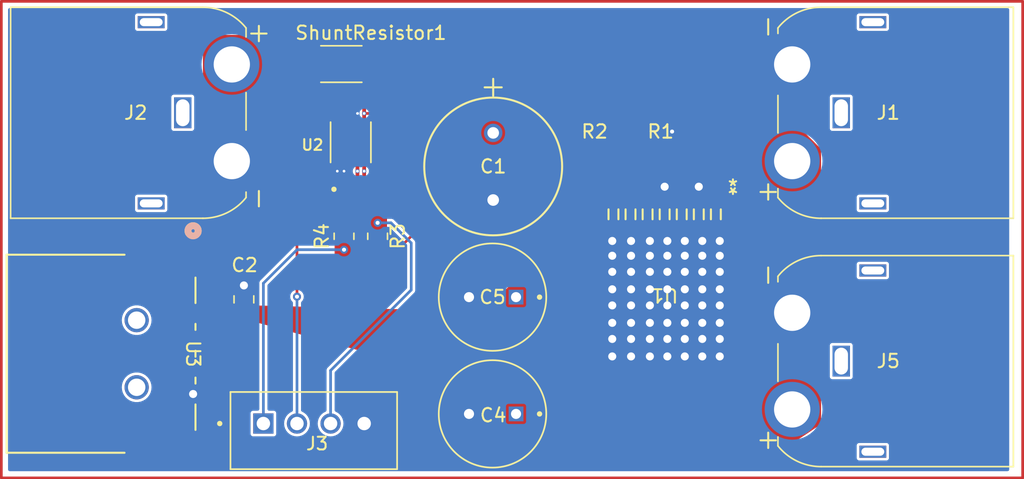
<source format=kicad_pcb>
(kicad_pcb (version 20240108) (generator "pcbnew") (generator_version "8.0")
  (layers (0 "F.Cu" signal) (31 "B.Cu" signal) (34 "B.Paste" user) (35 "F.Paste" user) (36 "B.SilkS" user "B.Silkscreen") (37 "F.SilkS" user "F.Silkscreen") (38 "B.Mask" user) (39 "F.Mask" user) (44 "Edge.Cuts" user))
  (net 0 "")
  (net 1 "GND")
  (net 2 "/Buck Converter/Vin (12V)")
  (net 3 "Net-(U1-FB)")
  (net 6 "+5V")
  (net 8 "Net-(U2-VS)")
  (net 9 "/SCL")
  (net 10 "/SDA")
  (net 11 "+12V")
  (footprint "B4B-XH-A_LF__SN_:JST_B4B-XH-A_LF__SN_" (layer "F.Cu") (at 187.75 90.975 180)
    (property "Reference" "J3" (at -0.25 -0.975 0) (layer "F.SilkS") (effects (font (size 0.944882 0.944882))))
    (property "Value" "B4B-XH-A_LF__SN_")
    (fp_line (start 6.2 2.875) (end -6.2 2.875) (stroke (width 0.127)) (layer "F.SilkS"))
    (fp_line (start 6.2 -2.875) (end 6.2 2.875) (stroke (width 0.127)) (layer "F.SilkS"))
    (fp_line (start -6.2 2.875) (end -6.2 -2.875) (stroke (width 0.127)) (layer "F.SilkS"))
    (fp_line (start -6.2 -2.875) (end 6.2 -2.875) (stroke (width 0.127)) (layer "F.SilkS"))
    (fp_circle (center 7 0.525) (end 7.1 0.525) (stroke (width 0.2)) (fill none) (layer "F.SilkS"))
    (pad "1" thru_hole rect (at 3.75 0.525 180) (size 1.508 1.508) (drill 1) (layers "*.Cu" "*.Mask") (net 8 "Net-(U2-VS)"))
    (pad "2" thru_hole circle (at 1.25 0.525 180) (size 1.508 1.508) (drill 1) (layers "*.Cu" "*.Mask") (net 10 "/SDA"))
    (pad "3" thru_hole circle (at -1.25 0.525 180) (size 1.508 1.508) (drill 1) (layers "*.Cu" "*.Mask") (net 9 "/SCL"))
    (pad "4" thru_hole circle (at -3.75 0.525 180) (size 1.508 1.508) (drill 1) (layers "*.Cu" "*.Mask") (net 1 "GND"))
  )
  (footprint "Resistor_SMD:R_0805_2012Metric_Pad1.20x1.40mm_HandSolder" (layer "F.Cu") (at 192.5 76.5 90)
    (property "Reference" "R3" (at 0 1.5 90) (layer "F.SilkS"))
    (property "Value" "10k")
    (fp_line (start -0.227064 -0.735) (end 0.227064 -0.735) (stroke (width 0.12)) (layer "F.SilkS"))
    (fp_line (start -0.227064 0.735) (end 0.227064 0.735) (stroke (width 0.12)) (layer "F.SilkS"))
    (pad "1" smd roundrect (at -1 0 90) (size 1.2 1.4) (layers "F.Cu" "F.Paste" "F.Mask") (roundrect_rratio 0.208333) (net 8 "Net-(U2-VS)"))
    (pad "2" smd roundrect (at 1 0 90) (size 1.2 1.4) (layers "F.Cu" "F.Paste" "F.Mask") (roundrect_rratio 0.208333) (net 9 "/SCL"))
  )
  (footprint "Resistor_SMD:R_2010_5025Metric_Pad1.40x2.65mm_HandSolder" (layer "F.Cu") (at 189.8 63.67 180)
    (property "Reference" "ShuntResistor1" (at -2.2 2.32 0) (layer "F.SilkS"))
    (property "Value" "0.005 R")
    (fp_line (start -1.527064 1.36) (end 1.527064 1.36) (stroke (width 0.12)) (layer "F.SilkS"))
    (fp_line (start -1.527064 -1.36) (end 1.527064 -1.36) (stroke (width 0.12)) (layer "F.SilkS"))
    (pad "1" smd roundrect (at -2.4 0 180) (size 1.4 2.65) (layers "F.Cu" "F.Paste" "F.Mask") (roundrect_rratio 0.178571) (net 2 "/Buck Converter/Vin (12V)"))
    (pad "2" smd roundrect (at 2.4 0 180) (size 1.4 2.65) (layers "F.Cu" "F.Paste" "F.Mask") (roundrect_rratio 0.178571) (net 11 "+12V"))
  )
  (footprint "Connector_AMASS:AMASS_XT60IPW-M_1x03_P7.20mm_Horizontal" (layer "F.Cu") (at 223.35 63.7 -90)
    (property "Reference" "J1" (at 3.6 -7.15 180) (layer "F.SilkS"))
    (property "Value" "XT60PW-M")
    (fp_line (start -2.71 1.06) (end -2.31 1.06) (stroke (width 0.12)) (layer "F.SilkS"))
    (fp_line (start 2.31 1.06) (end 5.1 1.06) (stroke (width 0.12)) (layer "F.SilkS"))
    (fp_line (start 9.25 1.06) (end 9.92 1.06) (stroke (width 0.12)) (layer "F.SilkS"))
    (fp_line (start -4.26 -16.46) (end -4.26 -2.15) (stroke (width 0.12)) (layer "F.SilkS"))
    (fp_line (start -4.26 -16.46) (end 11.46 -16.46) (stroke (width 0.12)) (layer "F.SilkS"))
    (fp_line (start 11.46 -16.46) (end 11.46 -2.15) (stroke (width 0.12)) (layer "F.SilkS"))
    (fp_arc (start -2.718715 1.058395) (mid -3.854694 -0.370298) (end -4.26 -2.15) (stroke (width 0.12)) (layer "F.SilkS"))
    (fp_arc (start 11.46 -2.15) (mid 11.05498 -0.370894) (end 9.919747 1.057569) (stroke (width 0.12)) (layer "F.SilkS"))
    (fp_text user "+" (at 9.5 1.9 90) (layer "F.SilkS") (effects (font (size 1.5 1.5))))
    (fp_text user "-" (at -2.8 1.9 90) (layer "F.SilkS") (effects (font (size 1.5 1.5))))
    (pad "" thru_hole rect (at -3.15 -6 270) (size 0.9 2) (drill oval 0.6 1.7) (layers "*.Cu" "*.Mask"))
    (pad "" thru_hole rect (at 10.35 -6 270) (size 0.9 2) (drill oval 0.6 1.7) (layers "*.Cu" "*.Mask"))
    (pad "1" thru_hole roundrect (at 0 0 270) (size 4.1 4.1) (drill 2.7) (layers "*.Cu" "*.Mask") (net 1 "GND"))
    (pad "2" thru_hole circle (at 7.2 0 270) (size 4.1 4.1) (drill 2.7) (layers "*.Cu" "*.Mask") (net 2 "/Buck Converter/Vin (12V)"))
    (pad "3" thru_hole rect (at 3.6 -3.65 270) (size 2.3 1.3) (drill oval 2 1) (layers "*.Cu" "*.Mask"))
  )
  (footprint "Libraries:25SEK120M" (layer "F.Cu") (at 201.05 81.03325 180)
    (property "Reference" "C5" (at 0 0 180) (layer "F.SilkS"))
    (property "Value" "25SEK120M")
    (fp_circle (center 0 0) (end 4 0) (stroke (width 0.127)) (fill none) (layer "F.SilkS"))
    (fp_circle (center -3.5 0) (end -3.4 0) (stroke (width 0.2)) (fill none) (layer "F.SilkS"))
    (pad "1" thru_hole rect (at -1.75 0 180) (size 1.1 1.1) (drill 0.75) (layers "*.Cu" "*.Mask") (net 6 "+5V"))
    (pad "2" thru_hole circle (at 1.75 0 180) (size 1.1 1.1) (drill 0.75) (layers "*.Cu" "*.Mask") (net 1 "GND"))
  )
  (footprint "Libraries:INA226AIDGSR" (layer "F.Cu") (at 190.5 69.5 90)
    (property "Reference" "U2" (at -0.2 -2.85 180) (layer "F.SilkS") (effects (font (size 0.8 0.8))))
    (property "Value" "INA226AIDGSR")
    (fp_line (start -1.5 -1.5) (end 1.5 -1.5) (stroke (width 0.127)) (layer "F.SilkS"))
    (fp_line (start -1.5 1.5) (end 1.5 1.5) (stroke (width 0.127)) (layer "F.SilkS"))
    (fp_circle (center -3.5 -1.25) (end -3.4 -1.25) (stroke (width 0.2)) (fill none) (layer "F.SilkS"))
    (pad "1" smd roundrect (at -2.15 -1 90) (size 1.47 0.28) (layers "F.Cu" "F.Paste" "F.Mask") (roundrect_rratio 0.125) (net 1 "GND"))
    (pad "2" smd roundrect (at -2.15 -0.5 90) (size 1.47 0.28) (layers "F.Cu" "F.Paste" "F.Mask") (roundrect_rratio 0.125) (net 1 "GND"))
    (pad "3" smd roundrect (at -2.15 0 90) (size 1.47 0.28) (layers "F.Cu" "F.Paste" "F.Mask") (roundrect_rratio 0.125))
    (pad "4" smd roundrect (at -2.15 0.5 90) (size 1.47 0.28) (layers "F.Cu" "F.Paste" "F.Mask") (roundrect_rratio 0.125) (net 10 "/SDA"))
    (pad "5" smd roundrect (at -2.15 1 90) (size 1.47 0.28) (layers "F.Cu" "F.Paste" "F.Mask") (roundrect_rratio 0.125) (net 9 "/SCL"))
    (pad "6" smd roundrect (at 2.15 1 90) (size 1.47 0.28) (layers "F.Cu" "F.Paste" "F.Mask") (roundrect_rratio 0.125) (net 8 "Net-(U2-VS)"))
    (pad "7" smd roundrect (at 2.15 0.5 90) (size 1.47 0.28) (layers "F.Cu" "F.Paste" "F.Mask") (roundrect_rratio 0.125) (net 1 "GND"))
    (pad "8" smd roundrect (at 2.15 0 90) (size 1.47 0.28) (layers "F.Cu" "F.Paste" "F.Mask") (roundrect_rratio 0.125) (net 2 "/Buck Converter/Vin (12V)"))
    (pad "9" smd roundrect (at 2.15 -0.5 90) (size 1.47 0.28) (layers "F.Cu" "F.Paste" "F.Mask") (roundrect_rratio 0.125) (net 2 "/Buck Converter/Vin (12V)"))
    (pad "10" smd roundrect (at 2.15 -1 90) (size 1.47 0.28) (layers "F.Cu" "F.Paste" "F.Mask") (roundrect_rratio 0.125) (net 11 "+12V"))
  )
  (footprint "Libraries:PLF1E470MDO2TD" (layer "F.Cu") (at 201.1 68.8 -90)
    (property "Reference" "C1" (at 2.5 0 0) (layer "F.SilkS"))
    (property "Value" "PLF1E470MDO2TD")
    (fp_line (start -4.0278 0) (end -2.7578 0) (stroke (width 0.1524)) (layer "F.SilkS"))
    (fp_line (start -3.3928 -0.635) (end -3.3928 0.635) (stroke (width 0.1524)) (layer "F.SilkS"))
    (fp_circle (center 2.5 0) (end 7.6308 0) (stroke (width 0.1524)) (fill none) (layer "F.SilkS"))
    (pad "1" thru_hole circle (at 0 0 270) (size 1.3716 1.3716) (drill 0.8636) (layers "*.Cu" "*.Mask") (net 2 "/Buck Converter/Vin (12V)"))
    (pad "2" thru_hole circle (at 5 0 270) (size 1.3716 1.3716) (drill 0.8636) (layers "*.Cu" "*.Mask") (net 1 "GND"))
  )
  (footprint "_Footprints:RC0805N_PAN" (layer "F.Cu") (at 208.647201 68.7)
    (property "Reference" "R2" (at 0 0 0) (layer "F.SilkS"))
    (property "Value" "ERJ-6ENF5761V")
    (pad "1" smd rect (at -0.852799 0) (size 1.005599 1.199998) (layers "F.Cu" "F.Paste" "F.Mask") (net 6 "+5V"))
    (pad "2" smd rect (at 0.852799 0) (size 1.005599 1.199998) (layers "F.Cu" "F.Paste" "F.Mask") (net 3 "Net-(U1-FB)"))
    (zone (net 0) (net_name "") (layer "F.Cu") (connect_pads (clearance 0)) (min_thickness 0.254)
      (keepout (tracks not_allowed) (vias not_allowed) (pads allowed) (copperpour not_allowed) (footprints allowed))
      (fill (thermal_gap 0.508) (thermal_bridge_width 0.508))
      (polygon (pts (xy 208.348002 68.150801) (xy 208.9464 68.150801) (xy 208.9464 69.249199) (xy 208.348002 69.249199)))
    )
  )
  (footprint "Capacitor_SMD:C_0805_2012Metric_Pad1.18x1.45mm_HandSolder" (layer "F.Cu") (at 182.55 81.2 90)
    (property "Reference" "C2" (at 2.55 0.05 180) (layer "F.SilkS"))
    (property "Value" "300uF")
    (fp_line (start -0.261252 -0.735) (end 0.261252 -0.735) (stroke (width 0.12)) (layer "F.SilkS"))
    (fp_line (start -0.261252 0.735) (end 0.261252 0.735) (stroke (width 0.12)) (layer "F.SilkS"))
    (pad "1" smd roundrect (at -1.0375 0 90) (size 1.175 1.45) (layers "F.Cu" "F.Paste" "F.Mask") (roundrect_rratio 0.212766) (net 6 "+5V"))
    (pad "2" smd roundrect (at 1.0375 0 90) (size 1.175 1.45) (layers "F.Cu" "F.Paste" "F.Mask") (roundrect_rratio 0.212766) (net 1 "GND"))
  )
  (footprint "Connector_AMASS:AMASS_XT60IPW-M_1x03_P7.20mm_Horizontal" (layer "F.Cu") (at 223.35 82.2 -90)
    (property "Reference" "J5" (at 3.6 -7.15 180) (layer "F.SilkS"))
    (property "Value" "XT60PW-M")
    (fp_line (start -2.71 1.06) (end -2.31 1.06) (stroke (width 0.12)) (layer "F.SilkS"))
    (fp_line (start 2.31 1.06) (end 5.1 1.06) (stroke (width 0.12)) (layer "F.SilkS"))
    (fp_line (start 9.25 1.06) (end 9.92 1.06) (stroke (width 0.12)) (layer "F.SilkS"))
    (fp_line (start -4.26 -16.46) (end -4.26 -2.15) (stroke (width 0.12)) (layer "F.SilkS"))
    (fp_line (start -4.26 -16.46) (end 11.46 -16.46) (stroke (width 0.12)) (layer "F.SilkS"))
    (fp_line (start 11.46 -16.46) (end 11.46 -2.15) (stroke (width 0.12)) (layer "F.SilkS"))
    (fp_arc (start -2.718715 1.058395) (mid -3.854694 -0.370298) (end -4.26 -2.15) (stroke (width 0.12)) (layer "F.SilkS"))
    (fp_arc (start 11.46 -2.15) (mid 11.05498 -0.370894) (end 9.919747 1.057569) (stroke (width 0.12)) (layer "F.SilkS"))
    (fp_text user "+" (at 9.5 1.9 90) (layer "F.SilkS") (effects (font (size 1.5 1.5))))
    (fp_text user "-" (at -2.8 1.9 90) (layer "F.SilkS") (effects (font (size 1.5 1.5))))
    (pad "" thru_hole rect (at -3.15 -6 270) (size 0.9 2) (drill oval 0.6 1.7) (layers "*.Cu" "*.Mask"))
    (pad "" thru_hole rect (at 10.35 -6 270) (size 0.9 2) (drill oval 0.6 1.7) (layers "*.Cu" "*.Mask"))
    (pad "1" thru_hole roundrect (at 0 0 270) (size 4.1 4.1) (drill 2.7) (layers "*.Cu" "*.Mask") (net 1 "GND"))
    (pad "2" thru_hole circle (at 7.2 0 270) (size 4.1 4.1) (drill 2.7) (layers "*.Cu" "*.Mask") (net 6 "+5V"))
    (pad "3" thru_hole rect (at 3.6 -3.65 270) (size 2.3 1.3) (drill oval 2 1) (layers "*.Cu" "*.Mask"))
  )
  (footprint "_Footprints:USB-A-S-RA-TSMT_ADM" (layer "F.Cu") (at 178.770101 82.250003 -90)
    (property "Reference" "U3" (at 2.999999 0 -90) (layer "F.SilkS"))
    (property "Value" "USB-A-S-RA-TSMT")
    (fp_circle (center -6.155 0) (end -5.774 0) (stroke (width 0.508)) (fill none) (layer "B.SilkS"))
    (fp_line (start -4.376999 13.877001) (end 10.376998 13.877001) (stroke (width 0.1524)) (layer "F.SilkS"))
    (fp_line (start 10.376998 13.877001) (end 10.376998 5.104232) (stroke (width 0.1524)) (layer "F.SilkS"))
    (fp_line (start -4.376999 5.104232) (end -4.376999 13.877001) (stroke (width 0.1524)) (layer "F.SilkS"))
    (fp_line (start -0.77724 -0.177) (end -2.672659 -0.177) (stroke (width 0.1524)) (layer "F.SilkS"))
    (fp_line (start 1.222759 -0.177) (end 0.77724 -0.177) (stroke (width 0.1524)) (layer "F.SilkS"))
    (fp_line (start 3.22276 -0.177) (end 2.777239 -0.177) (stroke (width 0.1524)) (layer "F.SilkS"))
    (fp_line (start 5.222758 -0.177) (end 4.77724 -0.177) (stroke (width 0.1524)) (layer "F.SilkS"))
    (fp_line (start 8.672657 -0.177) (end 6.777238 -0.177) (stroke (width 0.1524)) (layer "F.SilkS"))
    (fp_arc (start -6.005139 0.350289) (mid -6.536 0) (end -6.005139 -0.350289) (stroke (width 0.508)) (layer "F.SilkS"))
    (pad "1" smd rect (at 0 0 270) (size 0.889 2.4892) (layers "F.Cu" "F.Paste" "F.Mask") (net 6 "+5V"))
    (pad "2" smd rect (at 1.999999 0 270) (size 0.889 2.4892) (layers "F.Cu" "F.Paste" "F.Mask"))
    (pad "3" smd rect (at 4 0 270) (size 0.889 2.4892) (layers "F.Cu" "F.Paste" "F.Mask"))
    (pad "4" smd rect (at 5.999998 0 270) (size 0.889 2.4892) (layers "F.Cu" "F.Paste" "F.Mask") (net 1 "GND"))
    (pad "5" thru_hole circle (at 0.499999 4.199999 270) (size 1.8034 1.8034) (drill 1.2954) (layers "*.Cu" "*.Mask"))
    (pad "6" thru_hole circle (at 5.499999 4.199999 270) (size 1.8034 1.8034) (drill 1.2954) (layers "*.Cu" "*.Mask"))
    (pad "7" smd rect (at -4.249999 2.193392 270) (size 2.4892 5.1562) (layers "F.Cu" "F.Paste" "F.Mask"))
    (pad "8" smd rect (at 10.249997 2.193392 270) (size 2.4892 5.1562) (layers "F.Cu" "F.Paste" "F.Mask"))
  )
  (footprint "Resistor_SMD:R_0805_2012Metric_Pad1.20x1.40mm_HandSolder" (layer "F.Cu") (at 190 76.5 90)
    (property "Reference" "R4" (at 0 -1.65 90) (layer "F.SilkS"))
    (property "Value" "10k")
    (fp_line (start -0.227064 -0.735) (end 0.227064 -0.735) (stroke (width 0.12)) (layer "F.SilkS"))
    (fp_line (start -0.227064 0.735) (end 0.227064 0.735) (stroke (width 0.12)) (layer "F.SilkS"))
    (pad "1" smd roundrect (at -1 0 90) (size 1.2 1.4) (layers "F.Cu" "F.Paste" "F.Mask") (roundrect_rratio 0.208333) (net 8 "Net-(U2-VS)"))
    (pad "2" smd roundrect (at 1 0 90) (size 1.2 1.4) (layers "F.Cu" "F.Paste" "F.Mask") (roundrect_rratio 0.208333) (net 10 "/SDA"))
  )
  (footprint "Libraries:25SEK120M" (layer "F.Cu") (at 201.05 89.73325 180)
    (property "Reference" "C4" (at -0.05 -0.1 180) (layer "F.SilkS"))
    (property "Value" "25SEK120M")
    (fp_circle (center 0 0) (end 4 0) (stroke (width 0.127)) (fill none) (layer "F.SilkS"))
    (fp_circle (center -3.5 0) (end -3.4 0) (stroke (width 0.2)) (fill none) (layer "F.SilkS"))
    (pad "1" thru_hole rect (at -1.75 0 180) (size 1.1 1.1) (drill 0.75) (layers "*.Cu" "*.Mask") (net 6 "+5V"))
    (pad "2" thru_hole circle (at 1.75 0 180) (size 1.1 1.1) (drill 0.75) (layers "*.Cu" "*.Mask") (net 1 "GND"))
  )
  (footprint "Connector_AMASS:AMASS_XT60IPW-M_1x03_P7.20mm_Horizontal" (layer "F.Cu") (at 181.65 70.9 90)
    (property "Reference" "J2" (at 3.6 -7.15 180) (layer "F.SilkS"))
    (property "Value" "XT60PW-M")
    (fp_line (start 11.46 -16.46) (end 11.46 -2.15) (stroke (width 0.12)) (layer "F.SilkS"))
    (fp_line (start -4.26 -16.46) (end 11.46 -16.46) (stroke (width 0.12)) (layer "F.SilkS"))
    (fp_line (start -4.26 -16.46) (end -4.26 -2.15) (stroke (width 0.12)) (layer "F.SilkS"))
    (fp_line (start 9.25 1.06) (end 9.92 1.06) (stroke (width 0.12)) (layer "F.SilkS"))
    (fp_line (start 2.31 1.06) (end 5.1 1.06) (stroke (width 0.12)) (layer "F.SilkS"))
    (fp_line (start -2.71 1.06) (end -2.31 1.06) (stroke (width 0.12)) (layer "F.SilkS"))
    (fp_arc (start 11.46 -2.15) (mid 11.05498 -0.370894) (end 9.919747 1.057569) (stroke (width 0.12)) (layer "F.SilkS"))
    (fp_arc (start -2.718715 1.058395) (mid -3.854694 -0.370298) (end -4.26 -2.15) (stroke (width 0.12)) (layer "F.SilkS"))
    (fp_text user "-" (at -2.8 1.9 90) (layer "F.SilkS") (effects (font (size 1.5 1.5))))
    (fp_text user "+" (at 9.5 1.9 90) (layer "F.SilkS") (effects (font (size 1.5 1.5))))
    (pad "" thru_hole rect (at -3.15 -6 90) (size 0.9 2) (drill oval 0.6 1.7) (layers "*.Cu" "*.Mask"))
    (pad "" thru_hole rect (at 10.35 -6 90) (size 0.9 2) (drill oval 0.6 1.7) (layers "*.Cu" "*.Mask"))
    (pad "1" thru_hole roundrect (at 0 0 90) (size 4.1 4.1) (drill 2.7) (layers "*.Cu" "*.Mask") (net 1 "GND"))
    (pad "2" thru_hole circle (at 7.2 0 90) (size 4.1 4.1) (drill 2.7) (layers "*.Cu" "*.Mask") (net 11 "+12V"))
    (pad "3" thru_hole rect (at 3.6 -3.65 90) (size 2.3 1.3) (drill oval 2 1) (layers "*.Cu" "*.Mask"))
  )
  (footprint "_Footprints:TZA07A" (layer "F.Cu") (at 213.86 80.8976 180)
    (property "Reference" "U1" (at 0 0 180) (layer "F.SilkS"))
    (property "Value" "LMZ22005TZ/NOPB")
    (fp_line (start 4.1783 5.6642) (end 4.1783 6.4008) (stroke (width 0.1524)) (layer "F.SilkS"))
    (fp_line (start 3.4417 5.6642) (end 3.4417 6.4008) (stroke (width 0.1524)) (layer "F.SilkS"))
    (fp_line (start 2.9083 5.6642) (end 2.9083 6.4008) (stroke (width 0.1524)) (layer "F.SilkS"))
    (fp_line (start 2.1717 5.6642) (end 2.1717 6.4008) (stroke (width 0.1524)) (layer "F.SilkS"))
    (fp_line (start 1.6383 5.6642) (end 1.6383 6.4008) (stroke (width 0.1524)) (layer "F.SilkS"))
    (fp_line (start 0.9017 5.6642) (end 0.9017 6.4008) (stroke (width 0.1524)) (layer "F.SilkS"))
    (fp_line (start 0.3683 5.6642) (end 0.3683 6.4008) (stroke (width 0.1524)) (layer "F.SilkS"))
    (fp_line (start -0.3683 5.6642) (end -0.3683 6.4008) (stroke (width 0.1524)) (layer "F.SilkS"))
    (fp_line (start -0.9017 5.6642) (end -0.9017 6.4008) (stroke (width 0.1524)) (layer "F.SilkS"))
    (fp_line (start -1.6383 5.6642) (end -1.6383 6.4008) (stroke (width 0.1524)) (layer "F.SilkS"))
    (fp_line (start -2.1717 5.6642) (end -2.1717 6.4008) (stroke (width 0.1524)) (layer "F.SilkS"))
    (fp_line (start -2.9083 5.6642) (end -2.9083 6.4008) (stroke (width 0.1524)) (layer "F.SilkS"))
    (fp_line (start -3.4417 5.6642) (end -3.4417 6.4008) (stroke (width 0.1524)) (layer "F.SilkS"))
    (fp_line (start -4.1783 5.6642) (end -4.1783 6.4008) (stroke (width 0.1524)) (layer "F.SilkS"))
    (fp_text user "*" (at -5.08 8.0899 180) (layer "F.SilkS"))
    (fp_text user "*" (at -5.08 8.0899 180) (layer "F.SilkS"))
    (pad "1" smd rect (at -3.81 8.0899 180) (size 0.7874 2.667) (layers "F.Cu" "F.Paste" "F.Mask") (net 2 "/Buck Converter/Vin (12V)"))
    (pad "2" smd rect (at -2.54 8.0899 180) (size 0.7874 2.667) (layers "F.Cu" "F.Paste" "F.Mask") (net 1 "GND"))
    (pad "3" smd rect (at -1.27 8.0899 180) (size 0.7874 2.667) (layers "F.Cu" "F.Paste" "F.Mask"))
    (pad "4" smd rect (at 0 8.0899 180) (size 0.7874 2.667) (layers "F.Cu" "F.Paste" "F.Mask") (net 1 "GND"))
    (pad "5" smd rect (at 1.27 8.0899 180) (size 0.7874 2.667) (layers "F.Cu" "F.Paste" "F.Mask") (net 3 "Net-(U1-FB)"))
    (pad "6" smd rect (at 2.54 8.0899 180) (size 0.7874 2.667) (layers "F.Cu" "F.Paste" "F.Mask"))
    (pad "7" smd rect (at 3.81 8.0899 180) (size 0.7874 2.667) (layers "F.Cu" "F.Paste" "F.Mask") (net 6 "+5V"))
    (pad "8" smd rect (at 0 -0.1524 180) (size 10.414 10.414) (layers "F.Cu" "F.Paste" "F.Mask") (net 1 "GND"))
  )
  (footprint "_Footprints:RC0805N_PAN" (layer "F.Cu") (at 213.56 68.7)
    (property "Reference" "R1" (at 0 0 0) (layer "F.SilkS"))
    (property "Value" "ERJ-6ENF1071V")
    (pad "1" smd rect (at -0.852799 0) (size 1.005599 1.199998) (layers "F.Cu" "F.Paste" "F.Mask") (net 3 "Net-(U1-FB)"))
    (pad "2" smd rect (at 0.852799 0) (size 1.005599 1.199998) (layers "F.Cu" "F.Paste" "F.Mask") (net 1 "GND"))
    (zone (net 0) (net_name "") (layer "F.Cu") (connect_pads (clearance 0)) (min_thickness 0.254)
      (keepout (tracks not_allowed) (vias not_allowed) (pads allowed) (copperpour not_allowed) (footprints allowed))
      (fill (thermal_gap 0.508) (thermal_bridge_width 0.508))
      (polygon (pts (xy 213.260801 68.150801) (xy 213.859199 68.150801) (xy 213.859199 69.249199) (xy 213.260801 69.249199)))
    )
  )
  (gr_line (start 164.5 94.5) (end 164.5 59) (stroke (width 0.2)) (layer "F.Cu"))
  (gr_line (start 164.5 59) (end 240.5 59) (stroke (width 0.2)) (layer "F.Cu"))
  (gr_line (start 240.5 59) (end 240.5 94.5) (stroke (width 0.2)) (layer "F.Cu"))
  (gr_line (start 240.5 94.5) (end 164.5 94.5) (stroke (width 0.2)) (layer "F.Cu"))
  (via (at 217.96 79.15) (size 0.7) (drill 0.6) (layers "F.Cu" "B.Cu") (net 1))
  (via (at 217.96 85.45) (size 0.7) (drill 0.6) (layers "F.Cu" "B.Cu") (net 1))
  (via (at 212.76 80.45) (size 0.7) (drill 0.6) (layers "F.Cu" "B.Cu") (net 1))
  (via (at 209.96 77.95) (size 0.7) (drill 0.6) (layers "F.Cu" "B.Cu") (net 1))
  (via (at 215.36 82.95) (size 0.7) (drill 0.6) (layers "F.Cu" "B.Cu") (net 1))
  (via (at 212.76 82.95) (size 0.7) (drill 0.6) (layers "F.Cu" "B.Cu") (net 1))
  (via (at 216.66 80.45) (size 0.7) (drill 0.6) (layers "F.Cu" "B.Cu") (net 1))
  (via (at 190 71.65) (size 0.3) (drill 0.2) (layers "F.Cu" "B.Cu") (net 1))
  (via (at 215.36 79.15) (size 0.7) (drill 0.6) (layers "F.Cu" "B.Cu") (net 1))
  (via (at 217.96 80.45) (size 0.7) (drill 0.6) (layers "F.Cu" "B.Cu") (net 1))
  (via (at 214.06 81.65) (size 0.7) (drill 0.6) (layers "F.Cu" "B.Cu") (net 1))
  (via (at 209.96 79.15) (size 0.7) (drill 0.6) (layers "F.Cu" "B.Cu") (net 1))
  (via (at 215.36 84.15) (size 0.7) (drill 0.6) (layers "F.Cu" "B.Cu") (net 1))
  (via (at 214.06 77.95) (size 0.7) (drill 0.6) (layers "F.Cu" "B.Cu") (net 1))
  (via (at 217.96 82.95) (size 0.7) (drill 0.6) (layers "F.Cu" "B.Cu") (net 1))
  (via (at 212.76 84.15) (size 0.7) (drill 0.6) (layers "F.Cu" "B.Cu") (net 1))
  (via (at 215.36 80.45) (size 0.7) (drill 0.6) (layers "F.Cu" "B.Cu") (net 1))
  (via (at 214.06 79.15) (size 0.7) (drill 0.6) (layers "F.Cu" "B.Cu") (net 1))
  (via (at 216.66 81.65) (size 0.7) (drill 0.6) (layers "F.Cu" "B.Cu") (net 1))
  (via (at 212.76 77.95) (size 0.7) (drill 0.6) (layers "F.Cu" "B.Cu") (net 1))
  (via (at 214.06 82.95) (size 0.7) (drill 0.6) (layers "F.Cu" "B.Cu") (net 1))
  (via (at 215.36 81.65) (size 0.7) (drill 0.6) (layers "F.Cu" "B.Cu") (net 1))
  (via (at 214.412799 68.7) (size 0.6) (drill 0.3) (layers "F.Cu" "B.Cu") (net 1))
  (via (at 214.06 80.45) (size 0.7) (drill 0.6) (layers "F.Cu" "B.Cu") (net 1))
  (via (at 211.36 85.45) (size 0.7) (drill 0.6) (layers "F.Cu" "B.Cu") (net 1))
  (via (at 211.36 77.95) (size 0.7) (drill 0.6) (layers "F.Cu" "B.Cu") (net 1))
  (via (at 216.66 79.15) (size 0.7) (drill 0.6) (layers "F.Cu" "B.Cu") (net 1))
  (via (at 213.86 72.8077) (size 0.8) (drill 0.6) (layers "F.Cu" "B.Cu") (net 1))
  (via (at 209.96 84.15) (size 0.7) (drill 0.6) (layers "F.Cu" "B.Cu") (net 1))
  (via (at 178.770101 88.250001) (size 0.8) (drill 0.6) (layers "F.Cu" "B.Cu") (net 1))
  (via (at 209.96 81.65) (size 0.7) (drill 0.6) (layers "F.Cu" "B.Cu") (net 1))
  (via (at 209.96 76.85) (size 0.7) (drill 0.6) (layers "F.Cu" "B.Cu") (net 1))
  (via (at 215.36 85.45) (size 0.7) (drill 0.6) (layers "F.Cu" "B.Cu") (net 1))
  (via (at 211.36 79.15) (size 0.7) (drill 0.6) (layers "F.Cu" "B.Cu") (net 1))
  (via (at 217.96 77.95) (size 0.7) (drill 0.6) (layers "F.Cu" "B.Cu") (net 1))
  (via (at 215.36 77.95) (size 0.7) (drill 0.6) (layers "F.Cu" "B.Cu") (net 1))
  (via (at 216.66 85.45) (size 0.7) (drill 0.6) (layers "F.Cu" "B.Cu") (net 1))
  (via (at 211.36 76.85) (size 0.7) (drill 0.6) (layers "F.Cu" "B.Cu") (net 1))
  (via (at 214.06 76.85) (size 0.7) (drill 0.6) (layers "F.Cu" "B.Cu") (net 1))
  (via (at 212.76 76.85) (size 0.7) (drill 0.6) (layers "F.Cu" "B.Cu") (net 1))
  (via (at 216.66 77.95) (size 0.7) (drill 0.6) (layers "F.Cu" "B.Cu") (net 1))
  (via (at 216.66 76.85) (size 0.7) (drill 0.6) (layers "F.Cu" "B.Cu") (net 1))
  (via (at 211.36 80.45) (size 0.7) (drill 0.6) (layers "F.Cu" "B.Cu") (net 1))
  (via (at 209.96 82.95) (size 0.7) (drill 0.6) (layers "F.Cu" "B.Cu") (net 1))
  (via (at 212.76 79.15) (size 0.7) (drill 0.6) (layers "F.Cu" "B.Cu") (net 1))
  (via (at 215.36 76.85) (size 0.7) (drill 0.6) (layers "F.Cu" "B.Cu") (net 1))
  (via (at 214.06 84.15) (size 0.7) (drill 0.6) (layers "F.Cu" "B.Cu") (net 1))
  (via (at 217.96 84.15) (size 0.7) (drill 0.6) (layers "F.Cu" "B.Cu") (net 1))
  (via (at 216.66 82.95) (size 0.7) (drill 0.6) (layers "F.Cu" "B.Cu") (net 1))
  (via (at 209.96 80.45) (size 0.7) (drill 0.6) (layers "F.Cu" "B.Cu") (net 1))
  (via (at 211.36 81.65) (size 0.7) (drill 0.6) (layers "F.Cu" "B.Cu") (net 1))
  (via (at 216.4 72.8077) (size 0.8) (drill 0.6) (layers "F.Cu" "B.Cu") (net 1))
  (via (at 212.76 81.65) (size 0.7) (drill 0.6) (layers "F.Cu" "B.Cu") (net 1))
  (via (at 191 67.35) (size 0.3) (drill 0.2) (layers "F.Cu" "B.Cu") (net 1))
  (via (at 211.36 84.15) (size 0.7) (drill 0.6) (layers "F.Cu" "B.Cu") (net 1))
  (via (at 212.76 85.45) (size 0.7) (drill 0.6) (layers "F.Cu" "B.Cu") (net 1))
  (via (at 217.96 76.85) (size 0.7) (drill 0.6) (layers "F.Cu" "B.Cu") (net 1))
  (via (at 217.96 81.65) (size 0.7) (drill 0.6) (layers "F.Cu" "B.Cu") (net 1))
  (via (at 211.36 82.95) (size 0.7) (drill 0.6) (layers "F.Cu" "B.Cu") (net 1))
  (via (at 189.5 71.65) (size 0.3) (drill 0.2) (layers "F.Cu" "B.Cu") (net 1))
  (via (at 182.55 80.1625) (size 0.8) (drill 0.6) (layers "F.Cu" "B.Cu") (net 1))
  (via (at 216.66 84.15) (size 0.7) (drill 0.6) (layers "F.Cu" "B.Cu") (net 1))
  (via (at 209.96 85.45) (size 0.7) (drill 0.6) (layers "F.Cu" "B.Cu") (net 1))
  (via (at 214.06 85.45) (size 0.7) (drill 0.6) (layers "F.Cu" "B.Cu") (net 1))
  (segment (start 190 65.77) (end 192.1 63.67) (width 0.2) (layer "F.Cu") (net 2))
  (segment (start 190 67.35) (end 190 65.77) (width 0.2) (layer "F.Cu") (net 2))
  (segment (start 190.5 67.35) (end 190 67.35) (width 0.2) (layer "F.Cu") (net 2))
  (segment (start 192.1 63.67) (end 192.2 63.67) (width 0.2) (layer "F.Cu") (net 2))
  (segment (start 212.6 68.807201) (end 212.6 71.95) (width 0.8) (layer "F.Cu") (net 3))
  (segment (start 212.707201 68.7) (end 212.6 68.807201) (width 0.8) (layer "F.Cu") (net 3))
  (segment (start 212.757201 72.792799) (end 212.65 72.9) (width 0.2) (layer "F.Cu") (net 3))
  (segment (start 212.707201 68.7) (end 209.5 68.7) (width 0.8) (layer "F.Cu") (net 3))
  (segment (start 192.5 77.5) (end 194 77.5) (width 0.2) (layer "F.Cu") (net 8))
  (segment (start 194 77.5) (end 195 76.5) (width 0.2) (layer "F.Cu") (net 8))
  (segment (start 190 77.5) (end 192.5 77.5) (width 0.2) (layer "F.Cu") (net 8))
  (segment (start 195 76.5) (end 195 68.5) (width 0.2) (layer "F.Cu") (net 8))
  (segment (start 195 68.5) (end 193.85 67.35) (width 0.2) (layer "F.Cu") (net 8))
  (segment (start 193.85 67.35) (end 191.5 67.35) (width 0.2) (layer "F.Cu") (net 8))
  (via (at 191.5 67.35) (size 0.3) (drill 0.2) (layers "F.Cu" "B.Cu") (net 8))
  (via (at 190 77.5) (size 0.6) (drill 0.3) (layers "F.Cu" "B.Cu") (net 8))
  (segment (start 184 80) (end 186.5 77.5) (width 0.2) (layer "B.Cu") (net 8))
  (segment (start 184 90.45) (end 184 80) (width 0.2) (layer "B.Cu") (net 8))
  (segment (start 186.5 77.5) (end 190 77.5) (width 0.2) (layer "B.Cu") (net 8))
  (segment (start 192.5 74.5) (end 192.5 75.5) (width 0.2) (layer "F.Cu") (net 9))
  (segment (start 191.5 73.5) (end 192.5 74.5) (width 0.2) (layer "F.Cu") (net 9))
  (segment (start 191.5 71.65) (end 191.5 73.5) (width 0.2) (layer "F.Cu") (net 9))
  (via (at 192.5 75.5) (size 0.6) (drill 0.3) (layers "F.Cu" "B.Cu") (net 9))
  (via (at 191.5 71.65) (size 0.3) (drill 0.2) (layers "F.Cu" "B.Cu") (net 9))
  (segment (start 195 77) (end 195 80.5) (width 0.2) (layer "B.Cu") (net 9))
  (segment (start 192.5 75.5) (end 193.5 75.5) (width 0.2) (layer "B.Cu") (net 9))
  (segment (start 195 80.5) (end 189 86.5) (width 0.2) (layer "B.Cu") (net 9))
  (segment (start 193.5 75.5) (end 195 77) (width 0.2) (layer "B.Cu") (net 9))
  (segment (start 189 86.5) (end 189 90.45) (width 0.2) (layer "B.Cu") (net 9))
  (segment (start 190 74.5) (end 191 73.5) (width 0.2) (layer "F.Cu") (net 10))
  (segment (start 191 73.5) (end 191 71.65) (width 0.2) (layer "F.Cu") (net 10))
  (segment (start 190 75.5) (end 190 74.5) (width 0.2) (layer "F.Cu") (net 10))
  (segment (start 186.5 77) (end 188 75.5) (width 0.2) (layer "F.Cu") (net 10))
  (segment (start 188 75.5) (end 190 75.5) (width 0.2) (layer "F.Cu") (net 10))
  (segment (start 186.5 81) (end 186.5 77) (width 0.2) (layer "F.Cu") (net 10))
  (via (at 191 71.65) (size 0.3) (drill 0.2) (layers "F.Cu" "B.Cu") (net 10))
  (via (at 186.5 81) (size 0.6) (drill 0.3) (layers "F.Cu" "B.Cu") (net 10))
  (segment (start 186.5 81) (end 186.5 90.45) (width 0.2) (layer "B.Cu") (net 10))
  (segment (start 189.5 65.77) (end 187.4 63.67) (width 0.2) (layer "F.Cu") (net 11))
  (segment (start 189.5 67.35) (end 189.5 65.77) (width 0.2) (layer "F.Cu") (net 11))
  (zone (net 11) (net_name "+12V") (layer "F.Cu") (priority 3) (connect_pads yes (clearance 0)) (min_thickness 0.25) (fill yes (thermal_gap 0.5) (thermal_bridge_width 0.5))
    (polygon (pts (xy 188 62.5) (xy 188 65) (xy 187 66) (xy 180.5 66) (xy 179.5 65) (xy 179.5 62.5) (xy 180.5 61.5) (xy 187 61.5)))
  )
  (zone (net 6) (net_name "+5V") (layer "F.Cu") (priority 4) (connect_pads yes (clearance 0)) (min_thickness 0.25) (fill yes (thermal_gap 0.5) (thermal_bridge_width 0.5))
    (polygon (pts (xy 177.55 81.8) (xy 181.85 81.65) (xy 183.25 81.65) (xy 202.05 82.15) (xy 202.05 88) (xy 183.25 82.85) (xy 181.85 82.85) (xy 177.55 82.7)))
  )
  (zone (net 2) (net_name "/Buck Converter/Vin (12V)") (layer "F.Cu") (priority 2) (connect_pads yes (clearance 0)) (min_thickness 0.25) (fill yes (thermal_gap 0.5) (thermal_bridge_width 0.5))
    (polygon (pts (xy 217.5 74) (xy 223.5 74) (xy 225.5 72) (xy 225.5 70) (xy 224 68.5) (xy 221.5 68.5) (xy 215 62) (xy 191.5 62) (xy 191.5 65) (xy 196 65) (xy 201 70) (xy 203.5 70) (xy 206.5 67) (xy 215.5 67) (xy 217.5 69)))
  )
  (zone (net 6) (net_name "+5V") (layer "F.Cu") (connect_pads yes (clearance 0)) (min_thickness 0.25) (fill yes (thermal_gap 0.5) (thermal_bridge_width 0.5))
    (polygon (pts (xy 202 90.5) (xy 204.5 90.5) (xy 208 87) (xy 208 76) (xy 209.5 74.5) (xy 210.5 74.5) (xy 210.5 71.5) (xy 209 70.123433) (xy 208.348002 69.5) (xy 208.348002 69) (xy 208.348002 68.150801) (xy 206.849199 68.150801) (xy 204.5 70.5) (xy 204.5 78) (xy 202 80.5)))
  )
  (zone (net 6) (net_name "+5V") (layer "F.Cu") (priority 1) (connect_pads yes (clearance 0)) (min_thickness 0.25) (fill yes (thermal_gap 0.5) (thermal_bridge_width 0.5))
    (polygon (pts (xy 204.25 90.25) (xy 206 92) (xy 223.25 92) (xy 225.5 90.5) (xy 225.5 88) (xy 224 87) (xy 207.5 87)))
  )
  (zone (net 1) (net_name "GND") (layer "B.Cu") (priority 5) (connect_pads yes (clearance 0)) (min_thickness 0.25) (fill yes (thermal_gap 0.5) (thermal_bridge_width 0.5))
    (polygon (pts (xy 165 59.5) (xy 165 94) (xy 239.5 94) (xy 239.5 59.5)))
  )
)
</source>
